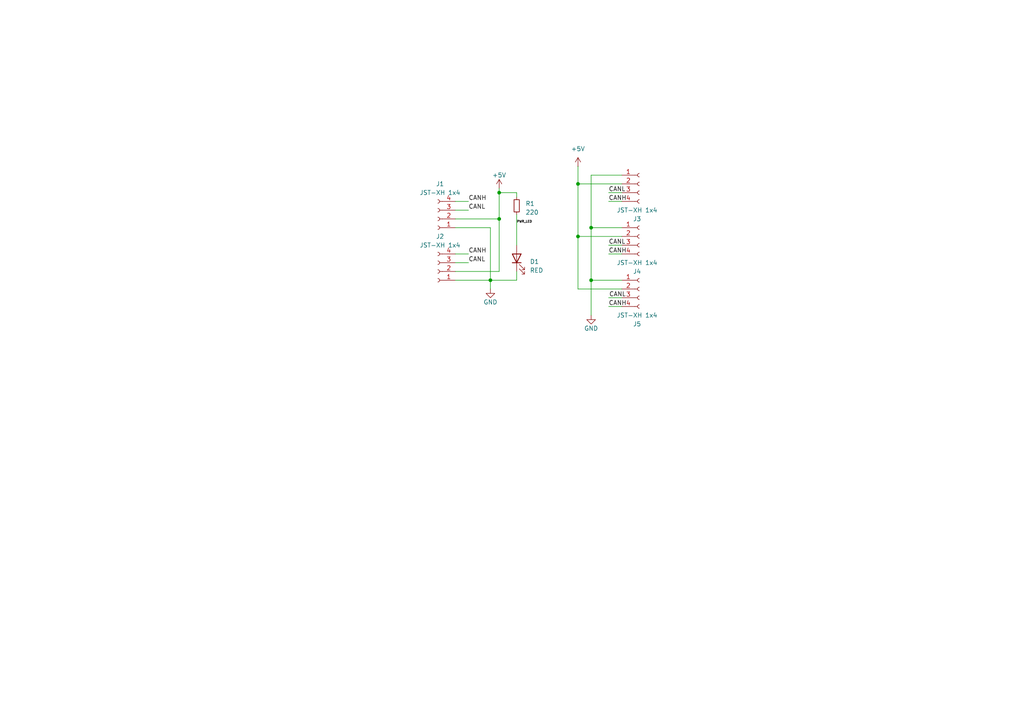
<source format=kicad_sch>
(kicad_sch (version 20231120) (generator "eeschema") (generator_version "8.0")
  (paper "A4")
  (lib_symbols
    (symbol "+5V_1" (power) (pin_numbers hide) (pin_names (offset 0) hide)
      (property "Value" "+5V" (at 0 3.556 0))
      (symbol "+5V_1_0_1"
        (polyline (pts (xy -0.762 1.27) (xy 0 2.54)))
        (polyline (pts (xy 0 0) (xy 0 2.54)))
        (polyline (pts (xy 0 2.54) (xy 0.762 1.27)))
      )
      (symbol "+5V_1_1_1"
        (pin power_in line (at 0 0 90) (length 0) (name "~") (number "1"))
      )
    )
    (symbol "Connector:Conn_01x04_Socket" (pin_names (offset 1.016) hide)
      (property "Reference" "J" (at 0 5.08 0))
      (property "Value" "Conn_01x04_Socket" (at 0 -7.62 0))
      (symbol "Conn_01x04_Socket_1_1"
        (arc (start 0 -4.572) (mid -0.5058 -5.08) (end 0 -5.588) (stroke (width 0.1524)))
        (arc (start 0 -2.032) (mid -0.5058 -2.54) (end 0 -3.048) (stroke (width 0.1524)))
        (polyline (pts (xy -1.27 -5.08) (xy -0.508 -5.08)) (stroke (width 0.1524)))
        (polyline (pts (xy -1.27 -2.54) (xy -0.508 -2.54)) (stroke (width 0.1524)))
        (polyline (pts (xy -1.27 0) (xy -0.508 0)) (stroke (width 0.1524)))
        (polyline (pts (xy -1.27 2.54) (xy -0.508 2.54)) (stroke (width 0.1524)))
        (arc (start 0 0.508) (mid -0.5058 0) (end 0 -0.508) (stroke (width 0.1524)))
        (arc (start 0 3.048) (mid -0.5058 2.54) (end 0 2.032) (stroke (width 0.1524)))
        (pin passive line (at -5.08 2.54 0) (length 3.81) (name "Pin_1") (number "1"))
        (pin passive line (at -5.08 0 0) (length 3.81) (name "Pin_2") (number "2"))
        (pin passive line (at -5.08 -2.54 0) (length 3.81) (name "Pin_3") (number "3"))
        (pin passive line (at -5.08 -5.08 0) (length 3.81) (name "Pin_4") (number "4"))
      )
    )
    (symbol "Device:LED" (pin_numbers hide) (pin_names (offset 1.016) hide)
      (property "Reference" "D" (at 0 2.54 0))
      (property "Value" "LED" (at 0 -2.54 0))
      (symbol "LED_0_1"
        (polyline (pts (xy -1.27 -1.27) (xy -1.27 1.27)) (stroke (width 0.254)))
        (polyline (pts (xy -1.27 0) (xy 1.27 0)))
        (polyline (pts (xy 1.27 -1.27) (xy 1.27 1.27) (xy -1.27 0) (xy 1.27 -1.27)) (stroke (width 0.254)))
        (polyline (pts (xy -3.048 -0.762) (xy -4.572 -2.286) (xy -3.81 -2.286) (xy -4.572 -2.286) (xy -4.572 -1.524)))
        (polyline (pts (xy -1.778 -0.762) (xy -3.302 -2.286) (xy -2.54 -2.286) (xy -3.302 -2.286) (xy -3.302 -1.524)))
      )
      (symbol "LED_1_1"
        (pin passive line (at -3.81 0 0) (length 2.54) (name "K") (number "1"))
        (pin passive line (at 3.81 0 180) (length 2.54) (name "A") (number "2"))
      )
    )
    (symbol "Device:R_Small" (pin_numbers hide) (pin_names (offset 0.254) hide)
      (property "Reference" "R" (at 0.762 0.508 0))
      (property "Value" "R_Small" (at 0.762 -1.016 0))
      (symbol "R_Small_0_1"
        (rectangle (start -0.762 1.778) (end 0.762 -1.778) (stroke (width 0.2032)))
      )
      (symbol "R_Small_1_1"
        (pin passive line (at 0 2.54 270) (length 0.762) (name "~") (number "1"))
        (pin passive line (at 0 -2.54 90) (length 0.762) (name "~") (number "2"))
      )
    )
    (symbol "power:+5V" (power) (pin_names (offset 0))
      (property "Value" "+5V" (at 0 3.556 0))
      (symbol "+5V_0_1"
        (polyline (pts (xy -0.762 1.27) (xy 0 2.54)))
        (polyline (pts (xy 0 0) (xy 0 2.54)))
        (polyline (pts (xy 0 2.54) (xy 0.762 1.27)))
      )
      (symbol "+5V_1_1"
        (pin power_in line (at 0 0 90) (length 0) hide (name "+5V") (number "1"))
      )
    )
    (symbol "power:GND" (power) (pin_names (offset 0))
      (property "Value" "GND" (at 0 -3.81 0))
      (symbol "GND_0_1"
        (polyline (pts (xy 0 0) (xy 0 -1.27) (xy 1.27 -1.27) (xy 0 -2.54) (xy -1.27 -1.27) (xy 0 -1.27)))
      )
      (symbol "GND_1_1"
        (pin power_in line (at 0 0 270) (length 0) hide (name "GND") (number "1"))
      )
    )
  )
  (junction (at 144.78 55.88))
  (junction (at 144.78 63.5))
  (junction (at 171.45 81.28))
  (junction (at 171.45 66.04))
  (junction (at 142.24 81.28))
  (junction (at 167.64 53.34))
  (junction (at 167.64 68.58))
  (wire (pts (xy 176.53 88.9) (xy 180.34 88.9)))
  (wire (pts (xy 149.86 55.88) (xy 144.78 55.88)))
  (wire (pts (xy 176.53 55.88) (xy 180.34 55.88)))
  (wire (pts (xy 144.78 63.5) (xy 144.78 78.74)))
  (wire (pts (xy 176.53 86.36) (xy 180.34 86.36)))
  (wire (pts (xy 167.64 68.58) (xy 167.64 83.82)))
  (wire (pts (xy 142.24 81.28) (xy 142.24 83.82)))
  (wire (pts (xy 144.78 63.5) (xy 132.08 63.5)))
  (wire (pts (xy 132.08 58.42) (xy 135.89 58.42)))
  (wire (pts (xy 176.53 71.12) (xy 180.34 71.12)))
  (wire (pts (xy 171.45 81.28) (xy 171.45 66.04)))
  (wire (pts (xy 142.24 66.04) (xy 142.24 81.28)))
  (wire (pts (xy 149.86 78.74) (xy 149.86 81.28)))
  (wire (pts (xy 132.08 81.28) (xy 142.24 81.28)))
  (wire (pts (xy 132.08 73.66) (xy 135.89 73.66)))
  (wire (pts (xy 171.45 66.04) (xy 171.45 50.8)))
  (wire (pts (xy 176.53 73.66) (xy 180.34 73.66)))
  (wire (pts (xy 144.78 55.88) (xy 144.78 54.61)))
  (wire (pts (xy 132.08 60.96) (xy 135.89 60.96)))
  (wire (pts (xy 149.86 57.15) (xy 149.86 55.88)))
  (wire (pts (xy 149.86 62.23) (xy 149.86 71.12)))
  (wire (pts (xy 167.64 53.34) (xy 180.34 53.34)))
  (wire (pts (xy 167.64 83.82) (xy 180.34 83.82)))
  (wire (pts (xy 144.78 78.74) (xy 132.08 78.74)))
  (wire (pts (xy 171.45 66.04) (xy 180.34 66.04)))
  (wire (pts (xy 176.53 58.42) (xy 180.34 58.42)))
  (wire (pts (xy 180.34 81.28) (xy 171.45 81.28)))
  (wire (pts (xy 167.64 68.58) (xy 180.34 68.58)))
  (wire (pts (xy 167.64 48.26) (xy 167.64 53.34)))
  (wire (pts (xy 132.08 66.04) (xy 142.24 66.04)))
  (wire (pts (xy 167.64 53.34) (xy 167.64 68.58)))
  (wire (pts (xy 144.78 55.88) (xy 144.78 63.5)))
  (wire (pts (xy 171.45 50.8) (xy 180.34 50.8)))
  (wire (pts (xy 132.08 76.2) (xy 135.89 76.2)))
  (wire (pts (xy 171.45 81.28) (xy 171.45 91.44)))
  (wire (pts (xy 142.24 81.28) (xy 149.86 81.28)))
  (label "CANH" (at 135.89 73.66 0))
  (label "CANH" (at 176.53 73.66 0))
  (label "CANL" (at 135.89 76.2 0))
  (label "CANH" (at 176.53 58.42 0))
  (label "CANL" (at 176.53 71.12 0))
  (label "CANL" (at 135.89 60.96 0))
  (label "CANH" (at 176.53 88.9 0))
  (label "PWR_LED" (at 149.86 64.77 0) (effects (font (size 0.65 0.65))))
  (label "CANH" (at 135.89 58.42 0))
  (label "CANL" (at 176.53 55.88 0))
  (label "CANL" (at 176.656 86.36 0))
  (symbol (lib_id "power:GND") (at 171.45 91.44 0) (unit 1)
    (property "Reference" "#PWR04" (effects (hide yes)))
    (property "Value" "GND" (at 171.45 95.25 0))
  )
  (symbol (lib_id "power:+5V") (at 144.78 54.61 0) (unit 1)
    (property "Reference" "#PWR01" (effects (hide yes)))
    (property "Value" "+5V" (at 144.78 50.8 0))
  )
  (symbol (lib_id "Connector:Conn_01x04_Socket") (at 185.42 83.82 0) (unit 1)
    (property "Reference" "J5" (at 184.785 93.98 0))
    (property "Value" "JST-XH 1x4" (at 184.785 91.44 0))
    (property "Footprint" "Connector_JST:JST_XH_B4B-XH-A_1x04_P2.50mm_Vertical" (effects (hide yes)))
    (property "Description" "Generic connector, single row, 01x04, script generated" (effects (hide yes)))
  )
  (symbol (lib_id "power:GND") (at 142.24 83.82 0) (unit 1)
    (property "Reference" "#PWR02" (effects (hide yes)))
    (property "Value" "GND" (at 142.24 87.63 0))
  )
  (symbol (lib_id "Connector:Conn_01x04_Socket") (at 185.42 53.34 0) (unit 1)
    (property "Reference" "J3" (at 184.785 63.5 0))
    (property "Value" "JST-XH 1x4" (at 184.785 60.96 0))
    (property "Footprint" "Connector_JST:JST_XH_B4B-XH-A_1x04_P2.50mm_Vertical" (effects (hide yes)))
    (property "Description" "Generic connector, single row, 01x04, script generated" (effects (hide yes)))
  )
  (symbol (lib_id "Connector:Conn_01x04_Socket") (at 127 78.74 180) (unit 1)
    (property "Reference" "J2" (at 127.635 68.58 0))
    (property "Value" "JST-XH 1x4" (at 127.635 71.12 0))
    (property "Footprint" "Connector_JST:JST_XH_B4B-XH-A_1x04_P2.50mm_Vertical" (effects (hide yes)))
    (property "Description" "Generic connector, single row, 01x04, script generated" (effects (hide yes)))
  )
  (symbol (lib_id "Device:R_Small") (at 149.86 59.69 0) (unit 1)
    (property "Reference" "R1" (at 152.4 59.055 0) (effects (justify left)))
    (property "Value" "220" (at 152.4 61.595 0) (effects (justify left)))
    (property "Footprint" "Resistor_SMD:R_1206_3216Metric" (effects (hide yes)))
  )
  (symbol (lib_id "Connector:Conn_01x04_Socket") (at 127 63.5 180) (unit 1)
    (property "Reference" "J1" (at 127.635 53.34 0))
    (property "Value" "JST-XH 1x4" (at 127.635 55.88 0))
    (property "Footprint" "Connector_JST:JST_XH_B4B-XH-A_1x04_P2.50mm_Vertical" (effects (hide yes)))
    (property "Description" "Generic connector, single row, 01x04, script generated" (effects (hide yes)))
  )
  (symbol (lib_name "+5V_1") (lib_id "power:+5V") (at 167.64 48.26 0) (unit 1)
    (property "Reference" "#PWR03" (effects (hide yes)))
    (property "Value" "+5V" (at 167.64 43.18 0))
    (property "Description" "Power symbol creates a global label with name \"+5V\"" (effects (hide yes)))
  )
  (symbol (lib_id "Device:LED") (at 149.86 74.93 90) (unit 1)
    (property "Reference" "D1" (at 153.67 75.8825 90) (effects (justify right)))
    (property "Value" "RED" (at 153.67 78.4225 90) (effects (justify right)))
    (property "Footprint" "LED_SMD:LED_1206_3216Metric" (effects (hide yes)))
  )
  (symbol (lib_id "Connector:Conn_01x04_Socket") (at 185.42 68.58 0) (unit 1)
    (property "Reference" "J4" (at 184.785 78.74 0))
    (property "Value" "JST-XH 1x4" (at 184.785 76.2 0))
    (property "Footprint" "Connector_JST:JST_XH_B4B-XH-A_1x04_P2.50mm_Vertical" (effects (hide yes)))
    (property "Description" "Generic connector, single row, 01x04, script generated" (effects (hide yes)))
  )
)
</source>
